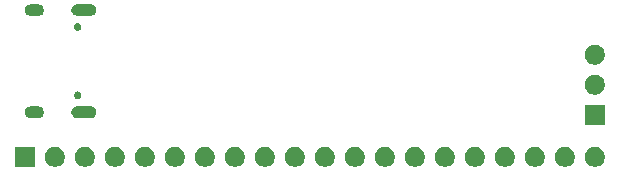
<source format=gbs>
G04 #@! TF.GenerationSoftware,KiCad,Pcbnew,9.0.3*
G04 #@! TF.CreationDate,2025-08-03T15:25:39-04:00*
G04 #@! TF.ProjectId,CH32V003F4U6,43483332-5630-4303-9346-3455362e6b69,rev?*
G04 #@! TF.SameCoordinates,Original*
G04 #@! TF.FileFunction,Soldermask,Bot*
G04 #@! TF.FilePolarity,Negative*
%FSLAX46Y46*%
G04 Gerber Fmt 4.6, Leading zero omitted, Abs format (unit mm)*
G04 Created by KiCad (PCBNEW 9.0.3) date 2025-08-03 15:25:39*
%MOMM*%
%LPD*%
G01*
G04 APERTURE LIST*
G04 APERTURE END LIST*
G36*
X129882000Y-128866000D02*
G01*
X128182000Y-128866000D01*
X128182000Y-127166000D01*
X129882000Y-127166000D01*
X129882000Y-128866000D01*
G37*
G36*
X131818742Y-127202601D02*
G01*
X131972687Y-127266367D01*
X132111234Y-127358941D01*
X132229059Y-127476766D01*
X132321633Y-127615313D01*
X132385399Y-127769258D01*
X132417907Y-127932685D01*
X132417907Y-128099315D01*
X132385399Y-128262742D01*
X132321633Y-128416687D01*
X132229059Y-128555234D01*
X132111234Y-128673059D01*
X131972687Y-128765633D01*
X131818742Y-128829399D01*
X131655315Y-128861907D01*
X131488685Y-128861907D01*
X131325258Y-128829399D01*
X131171313Y-128765633D01*
X131032766Y-128673059D01*
X130914941Y-128555234D01*
X130822367Y-128416687D01*
X130758601Y-128262742D01*
X130726093Y-128099315D01*
X130726093Y-127932685D01*
X130758601Y-127769258D01*
X130822367Y-127615313D01*
X130914941Y-127476766D01*
X131032766Y-127358941D01*
X131171313Y-127266367D01*
X131325258Y-127202601D01*
X131488685Y-127170093D01*
X131655315Y-127170093D01*
X131818742Y-127202601D01*
G37*
G36*
X134358742Y-127202601D02*
G01*
X134512687Y-127266367D01*
X134651234Y-127358941D01*
X134769059Y-127476766D01*
X134861633Y-127615313D01*
X134925399Y-127769258D01*
X134957907Y-127932685D01*
X134957907Y-128099315D01*
X134925399Y-128262742D01*
X134861633Y-128416687D01*
X134769059Y-128555234D01*
X134651234Y-128673059D01*
X134512687Y-128765633D01*
X134358742Y-128829399D01*
X134195315Y-128861907D01*
X134028685Y-128861907D01*
X133865258Y-128829399D01*
X133711313Y-128765633D01*
X133572766Y-128673059D01*
X133454941Y-128555234D01*
X133362367Y-128416687D01*
X133298601Y-128262742D01*
X133266093Y-128099315D01*
X133266093Y-127932685D01*
X133298601Y-127769258D01*
X133362367Y-127615313D01*
X133454941Y-127476766D01*
X133572766Y-127358941D01*
X133711313Y-127266367D01*
X133865258Y-127202601D01*
X134028685Y-127170093D01*
X134195315Y-127170093D01*
X134358742Y-127202601D01*
G37*
G36*
X136898742Y-127202601D02*
G01*
X137052687Y-127266367D01*
X137191234Y-127358941D01*
X137309059Y-127476766D01*
X137401633Y-127615313D01*
X137465399Y-127769258D01*
X137497907Y-127932685D01*
X137497907Y-128099315D01*
X137465399Y-128262742D01*
X137401633Y-128416687D01*
X137309059Y-128555234D01*
X137191234Y-128673059D01*
X137052687Y-128765633D01*
X136898742Y-128829399D01*
X136735315Y-128861907D01*
X136568685Y-128861907D01*
X136405258Y-128829399D01*
X136251313Y-128765633D01*
X136112766Y-128673059D01*
X135994941Y-128555234D01*
X135902367Y-128416687D01*
X135838601Y-128262742D01*
X135806093Y-128099315D01*
X135806093Y-127932685D01*
X135838601Y-127769258D01*
X135902367Y-127615313D01*
X135994941Y-127476766D01*
X136112766Y-127358941D01*
X136251313Y-127266367D01*
X136405258Y-127202601D01*
X136568685Y-127170093D01*
X136735315Y-127170093D01*
X136898742Y-127202601D01*
G37*
G36*
X139438742Y-127202601D02*
G01*
X139592687Y-127266367D01*
X139731234Y-127358941D01*
X139849059Y-127476766D01*
X139941633Y-127615313D01*
X140005399Y-127769258D01*
X140037907Y-127932685D01*
X140037907Y-128099315D01*
X140005399Y-128262742D01*
X139941633Y-128416687D01*
X139849059Y-128555234D01*
X139731234Y-128673059D01*
X139592687Y-128765633D01*
X139438742Y-128829399D01*
X139275315Y-128861907D01*
X139108685Y-128861907D01*
X138945258Y-128829399D01*
X138791313Y-128765633D01*
X138652766Y-128673059D01*
X138534941Y-128555234D01*
X138442367Y-128416687D01*
X138378601Y-128262742D01*
X138346093Y-128099315D01*
X138346093Y-127932685D01*
X138378601Y-127769258D01*
X138442367Y-127615313D01*
X138534941Y-127476766D01*
X138652766Y-127358941D01*
X138791313Y-127266367D01*
X138945258Y-127202601D01*
X139108685Y-127170093D01*
X139275315Y-127170093D01*
X139438742Y-127202601D01*
G37*
G36*
X141978742Y-127202601D02*
G01*
X142132687Y-127266367D01*
X142271234Y-127358941D01*
X142389059Y-127476766D01*
X142481633Y-127615313D01*
X142545399Y-127769258D01*
X142577907Y-127932685D01*
X142577907Y-128099315D01*
X142545399Y-128262742D01*
X142481633Y-128416687D01*
X142389059Y-128555234D01*
X142271234Y-128673059D01*
X142132687Y-128765633D01*
X141978742Y-128829399D01*
X141815315Y-128861907D01*
X141648685Y-128861907D01*
X141485258Y-128829399D01*
X141331313Y-128765633D01*
X141192766Y-128673059D01*
X141074941Y-128555234D01*
X140982367Y-128416687D01*
X140918601Y-128262742D01*
X140886093Y-128099315D01*
X140886093Y-127932685D01*
X140918601Y-127769258D01*
X140982367Y-127615313D01*
X141074941Y-127476766D01*
X141192766Y-127358941D01*
X141331313Y-127266367D01*
X141485258Y-127202601D01*
X141648685Y-127170093D01*
X141815315Y-127170093D01*
X141978742Y-127202601D01*
G37*
G36*
X144518742Y-127202601D02*
G01*
X144672687Y-127266367D01*
X144811234Y-127358941D01*
X144929059Y-127476766D01*
X145021633Y-127615313D01*
X145085399Y-127769258D01*
X145117907Y-127932685D01*
X145117907Y-128099315D01*
X145085399Y-128262742D01*
X145021633Y-128416687D01*
X144929059Y-128555234D01*
X144811234Y-128673059D01*
X144672687Y-128765633D01*
X144518742Y-128829399D01*
X144355315Y-128861907D01*
X144188685Y-128861907D01*
X144025258Y-128829399D01*
X143871313Y-128765633D01*
X143732766Y-128673059D01*
X143614941Y-128555234D01*
X143522367Y-128416687D01*
X143458601Y-128262742D01*
X143426093Y-128099315D01*
X143426093Y-127932685D01*
X143458601Y-127769258D01*
X143522367Y-127615313D01*
X143614941Y-127476766D01*
X143732766Y-127358941D01*
X143871313Y-127266367D01*
X144025258Y-127202601D01*
X144188685Y-127170093D01*
X144355315Y-127170093D01*
X144518742Y-127202601D01*
G37*
G36*
X147058742Y-127202601D02*
G01*
X147212687Y-127266367D01*
X147351234Y-127358941D01*
X147469059Y-127476766D01*
X147561633Y-127615313D01*
X147625399Y-127769258D01*
X147657907Y-127932685D01*
X147657907Y-128099315D01*
X147625399Y-128262742D01*
X147561633Y-128416687D01*
X147469059Y-128555234D01*
X147351234Y-128673059D01*
X147212687Y-128765633D01*
X147058742Y-128829399D01*
X146895315Y-128861907D01*
X146728685Y-128861907D01*
X146565258Y-128829399D01*
X146411313Y-128765633D01*
X146272766Y-128673059D01*
X146154941Y-128555234D01*
X146062367Y-128416687D01*
X145998601Y-128262742D01*
X145966093Y-128099315D01*
X145966093Y-127932685D01*
X145998601Y-127769258D01*
X146062367Y-127615313D01*
X146154941Y-127476766D01*
X146272766Y-127358941D01*
X146411313Y-127266367D01*
X146565258Y-127202601D01*
X146728685Y-127170093D01*
X146895315Y-127170093D01*
X147058742Y-127202601D01*
G37*
G36*
X149598742Y-127202601D02*
G01*
X149752687Y-127266367D01*
X149891234Y-127358941D01*
X150009059Y-127476766D01*
X150101633Y-127615313D01*
X150165399Y-127769258D01*
X150197907Y-127932685D01*
X150197907Y-128099315D01*
X150165399Y-128262742D01*
X150101633Y-128416687D01*
X150009059Y-128555234D01*
X149891234Y-128673059D01*
X149752687Y-128765633D01*
X149598742Y-128829399D01*
X149435315Y-128861907D01*
X149268685Y-128861907D01*
X149105258Y-128829399D01*
X148951313Y-128765633D01*
X148812766Y-128673059D01*
X148694941Y-128555234D01*
X148602367Y-128416687D01*
X148538601Y-128262742D01*
X148506093Y-128099315D01*
X148506093Y-127932685D01*
X148538601Y-127769258D01*
X148602367Y-127615313D01*
X148694941Y-127476766D01*
X148812766Y-127358941D01*
X148951313Y-127266367D01*
X149105258Y-127202601D01*
X149268685Y-127170093D01*
X149435315Y-127170093D01*
X149598742Y-127202601D01*
G37*
G36*
X152138742Y-127202601D02*
G01*
X152292687Y-127266367D01*
X152431234Y-127358941D01*
X152549059Y-127476766D01*
X152641633Y-127615313D01*
X152705399Y-127769258D01*
X152737907Y-127932685D01*
X152737907Y-128099315D01*
X152705399Y-128262742D01*
X152641633Y-128416687D01*
X152549059Y-128555234D01*
X152431234Y-128673059D01*
X152292687Y-128765633D01*
X152138742Y-128829399D01*
X151975315Y-128861907D01*
X151808685Y-128861907D01*
X151645258Y-128829399D01*
X151491313Y-128765633D01*
X151352766Y-128673059D01*
X151234941Y-128555234D01*
X151142367Y-128416687D01*
X151078601Y-128262742D01*
X151046093Y-128099315D01*
X151046093Y-127932685D01*
X151078601Y-127769258D01*
X151142367Y-127615313D01*
X151234941Y-127476766D01*
X151352766Y-127358941D01*
X151491313Y-127266367D01*
X151645258Y-127202601D01*
X151808685Y-127170093D01*
X151975315Y-127170093D01*
X152138742Y-127202601D01*
G37*
G36*
X154678742Y-127202601D02*
G01*
X154832687Y-127266367D01*
X154971234Y-127358941D01*
X155089059Y-127476766D01*
X155181633Y-127615313D01*
X155245399Y-127769258D01*
X155277907Y-127932685D01*
X155277907Y-128099315D01*
X155245399Y-128262742D01*
X155181633Y-128416687D01*
X155089059Y-128555234D01*
X154971234Y-128673059D01*
X154832687Y-128765633D01*
X154678742Y-128829399D01*
X154515315Y-128861907D01*
X154348685Y-128861907D01*
X154185258Y-128829399D01*
X154031313Y-128765633D01*
X153892766Y-128673059D01*
X153774941Y-128555234D01*
X153682367Y-128416687D01*
X153618601Y-128262742D01*
X153586093Y-128099315D01*
X153586093Y-127932685D01*
X153618601Y-127769258D01*
X153682367Y-127615313D01*
X153774941Y-127476766D01*
X153892766Y-127358941D01*
X154031313Y-127266367D01*
X154185258Y-127202601D01*
X154348685Y-127170093D01*
X154515315Y-127170093D01*
X154678742Y-127202601D01*
G37*
G36*
X157218742Y-127202601D02*
G01*
X157372687Y-127266367D01*
X157511234Y-127358941D01*
X157629059Y-127476766D01*
X157721633Y-127615313D01*
X157785399Y-127769258D01*
X157817907Y-127932685D01*
X157817907Y-128099315D01*
X157785399Y-128262742D01*
X157721633Y-128416687D01*
X157629059Y-128555234D01*
X157511234Y-128673059D01*
X157372687Y-128765633D01*
X157218742Y-128829399D01*
X157055315Y-128861907D01*
X156888685Y-128861907D01*
X156725258Y-128829399D01*
X156571313Y-128765633D01*
X156432766Y-128673059D01*
X156314941Y-128555234D01*
X156222367Y-128416687D01*
X156158601Y-128262742D01*
X156126093Y-128099315D01*
X156126093Y-127932685D01*
X156158601Y-127769258D01*
X156222367Y-127615313D01*
X156314941Y-127476766D01*
X156432766Y-127358941D01*
X156571313Y-127266367D01*
X156725258Y-127202601D01*
X156888685Y-127170093D01*
X157055315Y-127170093D01*
X157218742Y-127202601D01*
G37*
G36*
X159758742Y-127202601D02*
G01*
X159912687Y-127266367D01*
X160051234Y-127358941D01*
X160169059Y-127476766D01*
X160261633Y-127615313D01*
X160325399Y-127769258D01*
X160357907Y-127932685D01*
X160357907Y-128099315D01*
X160325399Y-128262742D01*
X160261633Y-128416687D01*
X160169059Y-128555234D01*
X160051234Y-128673059D01*
X159912687Y-128765633D01*
X159758742Y-128829399D01*
X159595315Y-128861907D01*
X159428685Y-128861907D01*
X159265258Y-128829399D01*
X159111313Y-128765633D01*
X158972766Y-128673059D01*
X158854941Y-128555234D01*
X158762367Y-128416687D01*
X158698601Y-128262742D01*
X158666093Y-128099315D01*
X158666093Y-127932685D01*
X158698601Y-127769258D01*
X158762367Y-127615313D01*
X158854941Y-127476766D01*
X158972766Y-127358941D01*
X159111313Y-127266367D01*
X159265258Y-127202601D01*
X159428685Y-127170093D01*
X159595315Y-127170093D01*
X159758742Y-127202601D01*
G37*
G36*
X162298742Y-127202601D02*
G01*
X162452687Y-127266367D01*
X162591234Y-127358941D01*
X162709059Y-127476766D01*
X162801633Y-127615313D01*
X162865399Y-127769258D01*
X162897907Y-127932685D01*
X162897907Y-128099315D01*
X162865399Y-128262742D01*
X162801633Y-128416687D01*
X162709059Y-128555234D01*
X162591234Y-128673059D01*
X162452687Y-128765633D01*
X162298742Y-128829399D01*
X162135315Y-128861907D01*
X161968685Y-128861907D01*
X161805258Y-128829399D01*
X161651313Y-128765633D01*
X161512766Y-128673059D01*
X161394941Y-128555234D01*
X161302367Y-128416687D01*
X161238601Y-128262742D01*
X161206093Y-128099315D01*
X161206093Y-127932685D01*
X161238601Y-127769258D01*
X161302367Y-127615313D01*
X161394941Y-127476766D01*
X161512766Y-127358941D01*
X161651313Y-127266367D01*
X161805258Y-127202601D01*
X161968685Y-127170093D01*
X162135315Y-127170093D01*
X162298742Y-127202601D01*
G37*
G36*
X164838742Y-127202601D02*
G01*
X164992687Y-127266367D01*
X165131234Y-127358941D01*
X165249059Y-127476766D01*
X165341633Y-127615313D01*
X165405399Y-127769258D01*
X165437907Y-127932685D01*
X165437907Y-128099315D01*
X165405399Y-128262742D01*
X165341633Y-128416687D01*
X165249059Y-128555234D01*
X165131234Y-128673059D01*
X164992687Y-128765633D01*
X164838742Y-128829399D01*
X164675315Y-128861907D01*
X164508685Y-128861907D01*
X164345258Y-128829399D01*
X164191313Y-128765633D01*
X164052766Y-128673059D01*
X163934941Y-128555234D01*
X163842367Y-128416687D01*
X163778601Y-128262742D01*
X163746093Y-128099315D01*
X163746093Y-127932685D01*
X163778601Y-127769258D01*
X163842367Y-127615313D01*
X163934941Y-127476766D01*
X164052766Y-127358941D01*
X164191313Y-127266367D01*
X164345258Y-127202601D01*
X164508685Y-127170093D01*
X164675315Y-127170093D01*
X164838742Y-127202601D01*
G37*
G36*
X167378742Y-127202601D02*
G01*
X167532687Y-127266367D01*
X167671234Y-127358941D01*
X167789059Y-127476766D01*
X167881633Y-127615313D01*
X167945399Y-127769258D01*
X167977907Y-127932685D01*
X167977907Y-128099315D01*
X167945399Y-128262742D01*
X167881633Y-128416687D01*
X167789059Y-128555234D01*
X167671234Y-128673059D01*
X167532687Y-128765633D01*
X167378742Y-128829399D01*
X167215315Y-128861907D01*
X167048685Y-128861907D01*
X166885258Y-128829399D01*
X166731313Y-128765633D01*
X166592766Y-128673059D01*
X166474941Y-128555234D01*
X166382367Y-128416687D01*
X166318601Y-128262742D01*
X166286093Y-128099315D01*
X166286093Y-127932685D01*
X166318601Y-127769258D01*
X166382367Y-127615313D01*
X166474941Y-127476766D01*
X166592766Y-127358941D01*
X166731313Y-127266367D01*
X166885258Y-127202601D01*
X167048685Y-127170093D01*
X167215315Y-127170093D01*
X167378742Y-127202601D01*
G37*
G36*
X169918742Y-127202601D02*
G01*
X170072687Y-127266367D01*
X170211234Y-127358941D01*
X170329059Y-127476766D01*
X170421633Y-127615313D01*
X170485399Y-127769258D01*
X170517907Y-127932685D01*
X170517907Y-128099315D01*
X170485399Y-128262742D01*
X170421633Y-128416687D01*
X170329059Y-128555234D01*
X170211234Y-128673059D01*
X170072687Y-128765633D01*
X169918742Y-128829399D01*
X169755315Y-128861907D01*
X169588685Y-128861907D01*
X169425258Y-128829399D01*
X169271313Y-128765633D01*
X169132766Y-128673059D01*
X169014941Y-128555234D01*
X168922367Y-128416687D01*
X168858601Y-128262742D01*
X168826093Y-128099315D01*
X168826093Y-127932685D01*
X168858601Y-127769258D01*
X168922367Y-127615313D01*
X169014941Y-127476766D01*
X169132766Y-127358941D01*
X169271313Y-127266367D01*
X169425258Y-127202601D01*
X169588685Y-127170093D01*
X169755315Y-127170093D01*
X169918742Y-127202601D01*
G37*
G36*
X172458742Y-127202601D02*
G01*
X172612687Y-127266367D01*
X172751234Y-127358941D01*
X172869059Y-127476766D01*
X172961633Y-127615313D01*
X173025399Y-127769258D01*
X173057907Y-127932685D01*
X173057907Y-128099315D01*
X173025399Y-128262742D01*
X172961633Y-128416687D01*
X172869059Y-128555234D01*
X172751234Y-128673059D01*
X172612687Y-128765633D01*
X172458742Y-128829399D01*
X172295315Y-128861907D01*
X172128685Y-128861907D01*
X171965258Y-128829399D01*
X171811313Y-128765633D01*
X171672766Y-128673059D01*
X171554941Y-128555234D01*
X171462367Y-128416687D01*
X171398601Y-128262742D01*
X171366093Y-128099315D01*
X171366093Y-127932685D01*
X171398601Y-127769258D01*
X171462367Y-127615313D01*
X171554941Y-127476766D01*
X171672766Y-127358941D01*
X171811313Y-127266367D01*
X171965258Y-127202601D01*
X172128685Y-127170093D01*
X172295315Y-127170093D01*
X172458742Y-127202601D01*
G37*
G36*
X174998742Y-127202601D02*
G01*
X175152687Y-127266367D01*
X175291234Y-127358941D01*
X175409059Y-127476766D01*
X175501633Y-127615313D01*
X175565399Y-127769258D01*
X175597907Y-127932685D01*
X175597907Y-128099315D01*
X175565399Y-128262742D01*
X175501633Y-128416687D01*
X175409059Y-128555234D01*
X175291234Y-128673059D01*
X175152687Y-128765633D01*
X174998742Y-128829399D01*
X174835315Y-128861907D01*
X174668685Y-128861907D01*
X174505258Y-128829399D01*
X174351313Y-128765633D01*
X174212766Y-128673059D01*
X174094941Y-128555234D01*
X174002367Y-128416687D01*
X173938601Y-128262742D01*
X173906093Y-128099315D01*
X173906093Y-127932685D01*
X173938601Y-127769258D01*
X174002367Y-127615313D01*
X174094941Y-127476766D01*
X174212766Y-127358941D01*
X174351313Y-127266367D01*
X174505258Y-127202601D01*
X174668685Y-127170093D01*
X174835315Y-127170093D01*
X174998742Y-127202601D01*
G37*
G36*
X177538742Y-127202601D02*
G01*
X177692687Y-127266367D01*
X177831234Y-127358941D01*
X177949059Y-127476766D01*
X178041633Y-127615313D01*
X178105399Y-127769258D01*
X178137907Y-127932685D01*
X178137907Y-128099315D01*
X178105399Y-128262742D01*
X178041633Y-128416687D01*
X177949059Y-128555234D01*
X177831234Y-128673059D01*
X177692687Y-128765633D01*
X177538742Y-128829399D01*
X177375315Y-128861907D01*
X177208685Y-128861907D01*
X177045258Y-128829399D01*
X176891313Y-128765633D01*
X176752766Y-128673059D01*
X176634941Y-128555234D01*
X176542367Y-128416687D01*
X176478601Y-128262742D01*
X176446093Y-128099315D01*
X176446093Y-127932685D01*
X176478601Y-127769258D01*
X176542367Y-127615313D01*
X176634941Y-127476766D01*
X176752766Y-127358941D01*
X176891313Y-127266367D01*
X177045258Y-127202601D01*
X177208685Y-127170093D01*
X177375315Y-127170093D01*
X177538742Y-127202601D01*
G37*
G36*
X178142000Y-125295000D02*
G01*
X176442000Y-125295000D01*
X176442000Y-123595000D01*
X178142000Y-123595000D01*
X178142000Y-125295000D01*
G37*
G36*
X130215263Y-123724278D02*
G01*
X130341342Y-123758060D01*
X130454381Y-123823323D01*
X130546677Y-123915619D01*
X130611940Y-124028658D01*
X130645722Y-124154737D01*
X130645722Y-124285263D01*
X130611940Y-124411342D01*
X130546677Y-124524381D01*
X130454381Y-124616677D01*
X130341342Y-124681940D01*
X130215263Y-124715722D01*
X130150000Y-124720000D01*
X130148029Y-124720000D01*
X129551971Y-124720000D01*
X129550000Y-124720000D01*
X129484737Y-124715722D01*
X129358658Y-124681940D01*
X129245619Y-124616677D01*
X129153323Y-124524381D01*
X129088060Y-124411342D01*
X129054278Y-124285263D01*
X129054278Y-124154737D01*
X129088060Y-124028658D01*
X129153323Y-123915619D01*
X129245619Y-123823323D01*
X129358658Y-123758060D01*
X129484737Y-123724278D01*
X129550000Y-123720000D01*
X130150000Y-123720000D01*
X130215263Y-123724278D01*
G37*
G36*
X134645263Y-123724278D02*
G01*
X134771342Y-123758060D01*
X134884381Y-123823323D01*
X134976677Y-123915619D01*
X135041940Y-124028658D01*
X135075722Y-124154737D01*
X135075722Y-124285263D01*
X135041940Y-124411342D01*
X134976677Y-124524381D01*
X134884381Y-124616677D01*
X134771342Y-124681940D01*
X134645263Y-124715722D01*
X134580000Y-124720000D01*
X134578029Y-124720000D01*
X133481971Y-124720000D01*
X133480000Y-124720000D01*
X133414737Y-124715722D01*
X133288658Y-124681940D01*
X133175619Y-124616677D01*
X133083323Y-124524381D01*
X133018060Y-124411342D01*
X132984278Y-124285263D01*
X132984278Y-124154737D01*
X133018060Y-124028658D01*
X133083323Y-123915619D01*
X133175619Y-123823323D01*
X133288658Y-123758060D01*
X133414737Y-123724278D01*
X133480000Y-123720000D01*
X134580000Y-123720000D01*
X134645263Y-123724278D01*
G37*
G36*
X133624372Y-122489739D02*
G01*
X133697847Y-122532160D01*
X133757840Y-122592153D01*
X133800261Y-122665628D01*
X133822220Y-122747579D01*
X133822220Y-122832421D01*
X133800261Y-122914372D01*
X133757840Y-122987847D01*
X133697847Y-123047840D01*
X133624372Y-123090261D01*
X133542421Y-123112220D01*
X133457579Y-123112220D01*
X133375628Y-123090261D01*
X133302153Y-123047840D01*
X133242160Y-122987847D01*
X133199739Y-122914372D01*
X133177780Y-122832421D01*
X133177780Y-122747579D01*
X133199739Y-122665628D01*
X133242160Y-122592153D01*
X133302153Y-122532160D01*
X133375628Y-122489739D01*
X133457579Y-122467780D01*
X133542421Y-122467780D01*
X133624372Y-122489739D01*
G37*
G36*
X177538742Y-121091601D02*
G01*
X177692687Y-121155367D01*
X177831234Y-121247941D01*
X177949059Y-121365766D01*
X178041633Y-121504313D01*
X178105399Y-121658258D01*
X178137907Y-121821685D01*
X178137907Y-121988315D01*
X178105399Y-122151742D01*
X178041633Y-122305687D01*
X177949059Y-122444234D01*
X177831234Y-122562059D01*
X177692687Y-122654633D01*
X177538742Y-122718399D01*
X177375315Y-122750907D01*
X177208685Y-122750907D01*
X177045258Y-122718399D01*
X176891313Y-122654633D01*
X176752766Y-122562059D01*
X176634941Y-122444234D01*
X176542367Y-122305687D01*
X176478601Y-122151742D01*
X176446093Y-121988315D01*
X176446093Y-121821685D01*
X176478601Y-121658258D01*
X176542367Y-121504313D01*
X176634941Y-121365766D01*
X176752766Y-121247941D01*
X176891313Y-121155367D01*
X177045258Y-121091601D01*
X177208685Y-121059093D01*
X177375315Y-121059093D01*
X177538742Y-121091601D01*
G37*
G36*
X177538742Y-118551601D02*
G01*
X177692687Y-118615367D01*
X177831234Y-118707941D01*
X177949059Y-118825766D01*
X178041633Y-118964313D01*
X178105399Y-119118258D01*
X178137907Y-119281685D01*
X178137907Y-119448315D01*
X178105399Y-119611742D01*
X178041633Y-119765687D01*
X177949059Y-119904234D01*
X177831234Y-120022059D01*
X177692687Y-120114633D01*
X177538742Y-120178399D01*
X177375315Y-120210907D01*
X177208685Y-120210907D01*
X177045258Y-120178399D01*
X176891313Y-120114633D01*
X176752766Y-120022059D01*
X176634941Y-119904234D01*
X176542367Y-119765687D01*
X176478601Y-119611742D01*
X176446093Y-119448315D01*
X176446093Y-119281685D01*
X176478601Y-119118258D01*
X176542367Y-118964313D01*
X176634941Y-118825766D01*
X176752766Y-118707941D01*
X176891313Y-118615367D01*
X177045258Y-118551601D01*
X177208685Y-118519093D01*
X177375315Y-118519093D01*
X177538742Y-118551601D01*
G37*
G36*
X133624372Y-116709739D02*
G01*
X133697847Y-116752160D01*
X133757840Y-116812153D01*
X133800261Y-116885628D01*
X133822220Y-116967579D01*
X133822220Y-117052421D01*
X133800261Y-117134372D01*
X133757840Y-117207847D01*
X133697847Y-117267840D01*
X133624372Y-117310261D01*
X133542421Y-117332220D01*
X133457579Y-117332220D01*
X133375628Y-117310261D01*
X133302153Y-117267840D01*
X133242160Y-117207847D01*
X133199739Y-117134372D01*
X133177780Y-117052421D01*
X133177780Y-116967579D01*
X133199739Y-116885628D01*
X133242160Y-116812153D01*
X133302153Y-116752160D01*
X133375628Y-116709739D01*
X133457579Y-116687780D01*
X133542421Y-116687780D01*
X133624372Y-116709739D01*
G37*
G36*
X130215263Y-115084278D02*
G01*
X130341342Y-115118060D01*
X130454381Y-115183323D01*
X130546677Y-115275619D01*
X130611940Y-115388658D01*
X130645722Y-115514737D01*
X130645722Y-115645263D01*
X130611940Y-115771342D01*
X130546677Y-115884381D01*
X130454381Y-115976677D01*
X130341342Y-116041940D01*
X130215263Y-116075722D01*
X130150000Y-116080000D01*
X130148029Y-116080000D01*
X129551971Y-116080000D01*
X129550000Y-116080000D01*
X129484737Y-116075722D01*
X129358658Y-116041940D01*
X129245619Y-115976677D01*
X129153323Y-115884381D01*
X129088060Y-115771342D01*
X129054278Y-115645263D01*
X129054278Y-115514737D01*
X129088060Y-115388658D01*
X129153323Y-115275619D01*
X129245619Y-115183323D01*
X129358658Y-115118060D01*
X129484737Y-115084278D01*
X129550000Y-115080000D01*
X130150000Y-115080000D01*
X130215263Y-115084278D01*
G37*
G36*
X134645263Y-115084278D02*
G01*
X134771342Y-115118060D01*
X134884381Y-115183323D01*
X134976677Y-115275619D01*
X135041940Y-115388658D01*
X135075722Y-115514737D01*
X135075722Y-115645263D01*
X135041940Y-115771342D01*
X134976677Y-115884381D01*
X134884381Y-115976677D01*
X134771342Y-116041940D01*
X134645263Y-116075722D01*
X134580000Y-116080000D01*
X134578029Y-116080000D01*
X133481971Y-116080000D01*
X133480000Y-116080000D01*
X133414737Y-116075722D01*
X133288658Y-116041940D01*
X133175619Y-115976677D01*
X133083323Y-115884381D01*
X133018060Y-115771342D01*
X132984278Y-115645263D01*
X132984278Y-115514737D01*
X133018060Y-115388658D01*
X133083323Y-115275619D01*
X133175619Y-115183323D01*
X133288658Y-115118060D01*
X133414737Y-115084278D01*
X133480000Y-115080000D01*
X134580000Y-115080000D01*
X134645263Y-115084278D01*
G37*
M02*

</source>
